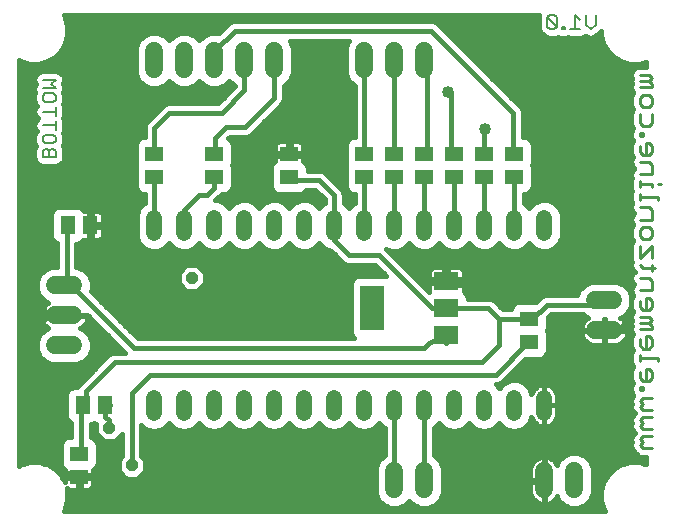
<source format=gbl>
G75*
%MOIN*%
%OFA0B0*%
%FSLAX24Y24*%
%IPPOS*%
%LPD*%
%AMOC8*
5,1,8,0,0,1.08239X$1,22.5*
%
%ADD10C,0.0090*%
%ADD11C,0.0070*%
%ADD12R,0.0591X0.0512*%
%ADD13C,0.0600*%
%ADD14C,0.0520*%
%ADD15R,0.0790X0.0590*%
%ADD16R,0.0790X0.1500*%
%ADD17R,0.0512X0.0591*%
%ADD18C,0.0160*%
%ADD19C,0.0400*%
%ADD20OC8,0.0396*%
%ADD21OC8,0.0400*%
D10*
X021875Y003601D02*
X021977Y003702D01*
X021875Y003804D01*
X021977Y003906D01*
X022282Y003906D01*
X022282Y004143D02*
X021977Y004143D01*
X021875Y004245D01*
X021977Y004347D01*
X021875Y004449D01*
X021977Y004550D01*
X022282Y004550D01*
X022282Y004788D02*
X021977Y004788D01*
X021875Y004890D01*
X021977Y004991D01*
X021875Y005093D01*
X021977Y005195D01*
X022282Y005195D01*
X021977Y005432D02*
X021875Y005432D01*
X021875Y005534D01*
X021977Y005534D01*
X021977Y005432D01*
X021977Y005755D02*
X022180Y005755D01*
X022282Y005857D01*
X022282Y006060D01*
X022180Y006162D01*
X022079Y006162D01*
X022079Y005755D01*
X021977Y005755D02*
X021875Y005857D01*
X021875Y006060D01*
X021875Y006399D02*
X021875Y006603D01*
X021875Y006501D02*
X022486Y006501D01*
X022486Y006399D01*
X022180Y006829D02*
X022282Y006931D01*
X022282Y007134D01*
X022180Y007236D01*
X022079Y007236D01*
X022079Y006829D01*
X022180Y006829D02*
X021977Y006829D01*
X021875Y006931D01*
X021875Y007134D01*
X021875Y007474D02*
X022282Y007474D01*
X022282Y007575D01*
X022180Y007677D01*
X022282Y007779D01*
X022180Y007881D01*
X021875Y007881D01*
X021875Y007677D02*
X022180Y007677D01*
X022180Y008118D02*
X022282Y008220D01*
X022282Y008423D01*
X022180Y008525D01*
X022079Y008525D01*
X022079Y008118D01*
X022180Y008118D02*
X021977Y008118D01*
X021875Y008220D01*
X021875Y008423D01*
X021875Y008763D02*
X022282Y008763D01*
X022282Y009068D01*
X022180Y009170D01*
X021875Y009170D01*
X021977Y009509D02*
X021875Y009611D01*
X021977Y009509D02*
X022384Y009509D01*
X022282Y009407D02*
X022282Y009611D01*
X022282Y009837D02*
X022282Y010244D01*
X021875Y009837D01*
X021875Y010244D01*
X021977Y010481D02*
X021875Y010583D01*
X021875Y010787D01*
X021977Y010888D01*
X022180Y010888D01*
X022282Y010787D01*
X022282Y010583D01*
X022180Y010481D01*
X021977Y010481D01*
X021875Y011126D02*
X022282Y011126D01*
X022282Y011431D01*
X022180Y011533D01*
X021875Y011533D01*
X021875Y011771D02*
X021875Y011974D01*
X021875Y011872D02*
X022486Y011872D01*
X022486Y011771D01*
X022282Y012200D02*
X022282Y012302D01*
X021875Y012302D01*
X021875Y012200D02*
X021875Y012404D01*
X021875Y012630D02*
X022282Y012630D01*
X022282Y012935D01*
X022180Y013037D01*
X021875Y013037D01*
X021977Y013275D02*
X022180Y013275D01*
X022282Y013376D01*
X022282Y013580D01*
X022180Y013682D01*
X022079Y013682D01*
X022079Y013275D01*
X021977Y013275D02*
X021875Y013376D01*
X021875Y013580D01*
X021875Y013919D02*
X021875Y014021D01*
X021977Y014021D01*
X021977Y013919D01*
X021875Y013919D01*
X021977Y014241D02*
X021875Y014343D01*
X021875Y014648D01*
X021977Y014886D02*
X021875Y014988D01*
X021875Y015191D01*
X021977Y015293D01*
X022180Y015293D01*
X022282Y015191D01*
X022282Y014988D01*
X022180Y014886D01*
X021977Y014886D01*
X022282Y014648D02*
X022282Y014343D01*
X022180Y014241D01*
X021977Y014241D01*
X021875Y015530D02*
X022282Y015530D01*
X022282Y015632D01*
X022180Y015734D01*
X022282Y015836D01*
X022180Y015937D01*
X021875Y015937D01*
X021875Y015734D02*
X022180Y015734D01*
X022486Y012302D02*
X022587Y012302D01*
X021875Y003601D02*
X021977Y003499D01*
X022282Y003499D01*
D11*
X020232Y017465D02*
X020068Y017628D01*
X020068Y017955D01*
X019879Y017792D02*
X019716Y017955D01*
X019716Y017465D01*
X019879Y017465D02*
X019552Y017465D01*
X019364Y017465D02*
X019282Y017465D01*
X019282Y017547D01*
X019364Y017547D01*
X019364Y017465D01*
X019106Y017547D02*
X018779Y017874D01*
X018779Y017547D01*
X018861Y017465D01*
X019024Y017465D01*
X019106Y017547D01*
X019106Y017874D01*
X019024Y017955D01*
X018861Y017955D01*
X018779Y017874D01*
X020232Y017465D02*
X020395Y017628D01*
X020395Y017955D01*
X002395Y015792D02*
X001965Y015792D01*
X001965Y015505D02*
X002395Y015505D01*
X002252Y015648D01*
X002395Y015792D01*
X002324Y015331D02*
X002037Y015331D01*
X001965Y015259D01*
X001965Y015116D01*
X002037Y015044D01*
X002324Y015044D01*
X002395Y015116D01*
X002395Y015259D01*
X002324Y015331D01*
X002395Y014871D02*
X002395Y014584D01*
X002395Y014727D02*
X001965Y014727D01*
X002395Y014410D02*
X002395Y014123D01*
X002395Y014267D02*
X001965Y014267D01*
X002037Y013950D02*
X002324Y013950D01*
X002395Y013878D01*
X002395Y013735D01*
X002324Y013663D01*
X002037Y013663D01*
X001965Y013735D01*
X001965Y013878D01*
X002037Y013950D01*
X002037Y013490D02*
X001965Y013418D01*
X001965Y013203D01*
X002395Y013203D01*
X002395Y013418D01*
X002324Y013490D01*
X002252Y013490D01*
X002180Y013418D01*
X002180Y013203D01*
X002180Y013418D02*
X002108Y013490D01*
X002037Y013490D01*
D12*
X005680Y013304D03*
X005680Y012556D03*
X007680Y012556D03*
X007680Y013304D03*
X010180Y013304D03*
X010180Y012556D03*
X012680Y012556D03*
X012680Y013304D03*
X013680Y013304D03*
X013680Y012556D03*
X014680Y012556D03*
X014680Y013304D03*
X015680Y013304D03*
X015680Y012556D03*
X016680Y012556D03*
X016680Y013304D03*
X017680Y013304D03*
X017680Y012556D03*
X018180Y007804D03*
X018180Y007056D03*
X003180Y003304D03*
X003180Y002556D03*
D13*
X002980Y006930D02*
X002380Y006930D01*
X002380Y007930D02*
X002980Y007930D01*
X002980Y008930D02*
X002380Y008930D01*
X005680Y016130D02*
X005680Y016730D01*
X006680Y016730D02*
X006680Y016130D01*
X007680Y016130D02*
X007680Y016730D01*
X008680Y016730D02*
X008680Y016130D01*
X009680Y016130D02*
X009680Y016730D01*
X012680Y016730D02*
X012680Y016130D01*
X013680Y016130D02*
X013680Y016730D01*
X014680Y016730D02*
X014680Y016130D01*
X020380Y008430D02*
X020980Y008430D01*
X020980Y007430D02*
X020380Y007430D01*
X019680Y002730D02*
X019680Y002130D01*
X018680Y002130D02*
X018680Y002730D01*
X014680Y002730D02*
X014680Y002130D01*
X013680Y002130D02*
X013680Y002730D01*
D14*
X013680Y004670D02*
X013680Y005190D01*
X012680Y005190D02*
X012680Y004670D01*
X011680Y004670D02*
X011680Y005190D01*
X010680Y005190D02*
X010680Y004670D01*
X009680Y004670D02*
X009680Y005190D01*
X008680Y005190D02*
X008680Y004670D01*
X007680Y004670D02*
X007680Y005190D01*
X006680Y005190D02*
X006680Y004670D01*
X005680Y004670D02*
X005680Y005190D01*
X005680Y010670D02*
X005680Y011190D01*
X006680Y011190D02*
X006680Y010670D01*
X007680Y010670D02*
X007680Y011190D01*
X008680Y011190D02*
X008680Y010670D01*
X009680Y010670D02*
X009680Y011190D01*
X010680Y011190D02*
X010680Y010670D01*
X011680Y010670D02*
X011680Y011190D01*
X012680Y011190D02*
X012680Y010670D01*
X013680Y010670D02*
X013680Y011190D01*
X014680Y011190D02*
X014680Y010670D01*
X015680Y010670D02*
X015680Y011190D01*
X016680Y011190D02*
X016680Y010670D01*
X017680Y010670D02*
X017680Y011190D01*
X018680Y011190D02*
X018680Y010670D01*
X018680Y005190D02*
X018680Y004670D01*
X017680Y004670D02*
X017680Y005190D01*
X016680Y005190D02*
X016680Y004670D01*
X015680Y004670D02*
X015680Y005190D01*
X014680Y005190D02*
X014680Y004670D01*
D15*
X015420Y007270D03*
X015420Y008170D03*
X015420Y009070D03*
D16*
X012940Y008180D03*
D17*
X004054Y004930D03*
X003306Y004930D03*
X003554Y010930D03*
X002806Y010930D03*
D18*
X002714Y001502D02*
X002661Y001410D01*
X020699Y001410D01*
X020646Y001502D01*
X020570Y001784D01*
X020570Y002076D01*
X020646Y002358D01*
X020792Y002612D01*
X020998Y002818D01*
X021252Y002964D01*
X021534Y003040D01*
X021826Y003040D01*
X022070Y002975D01*
X022070Y003214D01*
X021920Y003214D01*
X021815Y003257D01*
X021714Y003359D01*
X021633Y003439D01*
X021590Y003544D01*
X021590Y003657D01*
X021609Y003702D01*
X021608Y003703D01*
X021590Y003747D01*
X021590Y003861D01*
X021625Y003946D01*
X021633Y003966D01*
X021633Y003966D01*
X021633Y003966D01*
X021692Y004025D01*
X021633Y004084D01*
X021590Y004188D01*
X021590Y004302D01*
X021609Y004347D01*
X021608Y004347D01*
X021590Y004392D01*
X021590Y004505D01*
X021625Y004591D01*
X021633Y004610D01*
X021633Y004610D01*
X021633Y004610D01*
X021692Y004669D01*
X021633Y004728D01*
X021590Y004833D01*
X021590Y004946D01*
X021609Y004991D01*
X021608Y004992D01*
X021590Y005037D01*
X021590Y005150D01*
X021625Y005235D01*
X021633Y005255D01*
X021633Y005255D01*
X021633Y005255D01*
X021642Y005263D01*
X021633Y005271D01*
X021590Y005376D01*
X021590Y005591D01*
X021633Y005695D01*
X021590Y005800D01*
X021590Y006117D01*
X021633Y006221D01*
X021642Y006230D01*
X021633Y006238D01*
X021590Y006343D01*
X021590Y006660D01*
X021633Y006764D01*
X021636Y006767D01*
X021633Y006769D01*
X021590Y006874D01*
X021590Y007191D01*
X021633Y007296D01*
X021642Y007304D01*
X021633Y007312D01*
X021590Y007417D01*
X021590Y007530D01*
X021609Y007575D01*
X021590Y007620D01*
X021590Y007734D01*
X021609Y007779D01*
X021590Y007824D01*
X021590Y007937D01*
X021633Y008042D01*
X021642Y008050D01*
X021633Y008058D01*
X021590Y008163D01*
X021590Y008283D01*
X021506Y008079D01*
X021331Y007904D01*
X021207Y007853D01*
X021232Y007841D01*
X021293Y007796D01*
X021346Y007743D01*
X021391Y007682D01*
X021425Y007614D01*
X021448Y007542D01*
X021460Y007468D01*
X021460Y007450D01*
X020700Y007450D01*
X020700Y007410D01*
X021460Y007410D01*
X021460Y007392D01*
X021448Y007318D01*
X021425Y007246D01*
X021391Y007178D01*
X021346Y007117D01*
X021293Y007064D01*
X021232Y007019D01*
X021164Y006985D01*
X021092Y006962D01*
X021018Y006950D01*
X020700Y006950D01*
X020700Y007410D01*
X020660Y007410D01*
X020660Y006950D01*
X020342Y006950D01*
X020268Y006962D01*
X020196Y006985D01*
X020128Y007019D01*
X020067Y007064D01*
X020014Y007117D01*
X019969Y007178D01*
X019935Y007246D01*
X019912Y007318D01*
X019900Y007392D01*
X019900Y007410D01*
X020660Y007410D01*
X020660Y007450D01*
X020660Y007810D01*
X020700Y007810D01*
X020700Y007450D01*
X020660Y007450D01*
X019900Y007450D01*
X019900Y007468D01*
X019912Y007542D01*
X019935Y007614D01*
X019969Y007682D01*
X020014Y007743D01*
X020067Y007796D01*
X020128Y007841D01*
X020153Y007853D01*
X020029Y007904D01*
X019963Y007970D01*
X018893Y007970D01*
X018795Y007873D01*
X018795Y007484D01*
X018773Y007430D01*
X018795Y007376D01*
X018795Y006736D01*
X018747Y006619D01*
X018657Y006529D01*
X018539Y006480D01*
X018043Y006480D01*
X017241Y005679D01*
X017124Y005630D01*
X017060Y005630D01*
X017172Y005519D01*
X017180Y005499D01*
X017188Y005519D01*
X017351Y005682D01*
X017565Y005770D01*
X017795Y005770D01*
X018009Y005682D01*
X018172Y005519D01*
X018257Y005312D01*
X018272Y005359D01*
X018304Y005421D01*
X018344Y005477D01*
X018393Y005526D01*
X018449Y005566D01*
X018511Y005598D01*
X018577Y005619D01*
X018645Y005630D01*
X018680Y005630D01*
X018680Y004930D01*
X019430Y004930D01*
X020680Y006180D01*
X020680Y007430D01*
X021180Y007430D01*
X021580Y007930D01*
X021580Y008930D01*
X021180Y009430D01*
X019430Y009430D01*
X018930Y008930D01*
X015560Y008930D01*
X015420Y009070D01*
X015488Y009014D02*
X020169Y009014D01*
X020257Y009050D02*
X020029Y008956D01*
X019854Y008781D01*
X019783Y008610D01*
X018696Y008610D01*
X018579Y008561D01*
X018397Y008380D01*
X017821Y008380D01*
X017703Y008331D01*
X017613Y008241D01*
X017567Y008130D01*
X017313Y008130D01*
X017001Y008441D01*
X016884Y008490D01*
X016135Y008490D01*
X016135Y008529D01*
X016086Y008646D01*
X015996Y008736D01*
X015992Y008738D01*
X015995Y008751D01*
X015995Y009002D01*
X015488Y009002D01*
X015488Y009138D01*
X015352Y009138D01*
X015352Y009545D01*
X015001Y009545D01*
X014956Y009533D01*
X014914Y009509D01*
X014881Y009476D01*
X014857Y009434D01*
X014845Y009389D01*
X014845Y009138D01*
X015352Y009138D01*
X015352Y009002D01*
X014845Y009002D01*
X014845Y008751D01*
X014848Y008738D01*
X014844Y008736D01*
X014835Y008728D01*
X013407Y010155D01*
X013565Y010090D01*
X013795Y010090D01*
X014009Y010178D01*
X014172Y010341D01*
X014180Y010361D01*
X014188Y010341D01*
X014351Y010178D01*
X014565Y010090D01*
X014795Y010090D01*
X015009Y010178D01*
X015172Y010341D01*
X015180Y010361D01*
X015188Y010341D01*
X015351Y010178D01*
X015565Y010090D01*
X015795Y010090D01*
X016009Y010178D01*
X016172Y010341D01*
X016180Y010361D01*
X016188Y010341D01*
X016351Y010178D01*
X016565Y010090D01*
X016795Y010090D01*
X017009Y010178D01*
X017172Y010341D01*
X017180Y010361D01*
X017188Y010341D01*
X017351Y010178D01*
X017565Y010090D01*
X017795Y010090D01*
X018009Y010178D01*
X018172Y010341D01*
X018180Y010361D01*
X018188Y010341D01*
X018351Y010178D01*
X018565Y010090D01*
X018795Y010090D01*
X019009Y010178D01*
X019172Y010341D01*
X019260Y010555D01*
X019260Y011305D01*
X019172Y011519D01*
X019009Y011682D01*
X018795Y011770D01*
X018565Y011770D01*
X018351Y011682D01*
X018188Y011519D01*
X018180Y011499D01*
X018172Y011519D01*
X018009Y011682D01*
X018000Y011685D01*
X018000Y011980D01*
X018039Y011980D01*
X018157Y012029D01*
X018247Y012119D01*
X018295Y012236D01*
X018295Y012876D01*
X018273Y012930D01*
X018295Y012984D01*
X018295Y013624D01*
X018247Y013741D01*
X018157Y013831D01*
X018039Y013880D01*
X017960Y013880D01*
X017960Y014754D01*
X017911Y014871D01*
X015191Y017591D01*
X015101Y017681D01*
X014984Y017730D01*
X008296Y017730D01*
X008179Y017681D01*
X007835Y017337D01*
X007803Y017350D01*
X007557Y017350D01*
X007329Y017256D01*
X007180Y017107D01*
X007031Y017256D01*
X006803Y017350D01*
X006557Y017350D01*
X006329Y017256D01*
X006180Y017107D01*
X006031Y017256D01*
X005803Y017350D01*
X005557Y017350D01*
X005329Y017256D01*
X005154Y017081D01*
X005060Y016853D01*
X005060Y016007D01*
X005154Y015779D01*
X005329Y015604D01*
X005557Y015510D01*
X005803Y015510D01*
X006031Y015604D01*
X006180Y015753D01*
X006329Y015604D01*
X006557Y015510D01*
X006803Y015510D01*
X007031Y015604D01*
X007180Y015753D01*
X007329Y015604D01*
X007557Y015510D01*
X007803Y015510D01*
X008031Y015604D01*
X008180Y015753D01*
X008329Y015604D01*
X008360Y015591D01*
X008360Y015563D01*
X007797Y015000D01*
X006116Y015000D01*
X005999Y014951D01*
X005909Y014861D01*
X005409Y014361D01*
X005360Y014244D01*
X002670Y014244D01*
X002670Y014086D02*
X005360Y014086D01*
X005360Y014244D02*
X005360Y013880D01*
X005321Y013880D01*
X005203Y013831D01*
X005113Y013741D01*
X005065Y013624D01*
X005065Y012984D01*
X005087Y012930D01*
X005065Y012876D01*
X005065Y012236D01*
X005113Y012119D01*
X005203Y012029D01*
X005321Y011980D01*
X005360Y011980D01*
X005360Y011685D01*
X005351Y011682D01*
X005188Y011519D01*
X005100Y011305D01*
X005100Y010555D01*
X005188Y010341D01*
X005351Y010178D01*
X005565Y010090D01*
X005795Y010090D01*
X006009Y010178D01*
X006172Y010341D01*
X006180Y010361D01*
X006188Y010341D01*
X006351Y010178D01*
X006565Y010090D01*
X006795Y010090D01*
X007009Y010178D01*
X007172Y010341D01*
X007180Y010361D01*
X007188Y010341D01*
X007351Y010178D01*
X007565Y010090D01*
X007795Y010090D01*
X008009Y010178D01*
X008172Y010341D01*
X008180Y010361D01*
X008188Y010341D01*
X008351Y010178D01*
X008565Y010090D01*
X008795Y010090D01*
X009009Y010178D01*
X009172Y010341D01*
X009180Y010361D01*
X009188Y010341D01*
X009351Y010178D01*
X009565Y010090D01*
X009795Y010090D01*
X010009Y010178D01*
X010172Y010341D01*
X010180Y010361D01*
X010188Y010341D01*
X010351Y010178D01*
X010565Y010090D01*
X010795Y010090D01*
X011009Y010178D01*
X011172Y010341D01*
X011180Y010361D01*
X011188Y010341D01*
X011351Y010178D01*
X011565Y010090D01*
X011567Y010090D01*
X011909Y009749D01*
X011999Y009659D01*
X012116Y009610D01*
X013047Y009610D01*
X013414Y009244D01*
X013399Y009250D01*
X012481Y009250D01*
X012364Y009201D01*
X012274Y009111D01*
X012225Y008994D01*
X012225Y007366D01*
X012274Y007249D01*
X012352Y007170D01*
X005133Y007170D01*
X003570Y008733D01*
X003600Y008807D01*
X003600Y009053D01*
X003506Y009281D01*
X003331Y009456D01*
X003103Y009550D01*
X003080Y009550D01*
X003080Y010315D01*
X003126Y010315D01*
X003243Y010363D01*
X003333Y010453D01*
X003334Y010455D01*
X003506Y010455D01*
X003506Y010882D01*
X003602Y010882D01*
X003602Y010455D01*
X003834Y010455D01*
X003879Y010467D01*
X003920Y010491D01*
X003954Y010524D01*
X003978Y010565D01*
X003990Y010611D01*
X003990Y010882D01*
X003602Y010882D01*
X003602Y010978D01*
X003506Y010978D01*
X003506Y011405D01*
X003334Y011405D01*
X003333Y011407D01*
X003243Y011497D01*
X003126Y011545D01*
X002486Y011545D01*
X002369Y011497D01*
X002279Y011407D01*
X002230Y011289D01*
X002230Y010571D01*
X002279Y010453D01*
X002369Y010363D01*
X002440Y010334D01*
X002440Y009550D01*
X002257Y009550D01*
X002029Y009456D01*
X001854Y009281D01*
X001760Y009053D01*
X001760Y008807D01*
X001854Y008579D01*
X002029Y008404D01*
X002153Y008353D01*
X002128Y008341D01*
X002067Y008296D01*
X002014Y008243D01*
X001969Y008182D01*
X001935Y008114D01*
X001912Y008042D01*
X001900Y007968D01*
X001900Y007950D01*
X002660Y007950D01*
X002660Y007910D01*
X001900Y007910D01*
X001900Y007892D01*
X001912Y007818D01*
X001935Y007746D01*
X001969Y007678D01*
X002014Y007617D01*
X002067Y007564D01*
X002128Y007519D01*
X002153Y007507D01*
X002029Y007456D01*
X001854Y007281D01*
X001760Y007053D01*
X001760Y006807D01*
X001854Y006579D01*
X002029Y006404D01*
X002257Y006310D01*
X003103Y006310D01*
X003331Y006404D01*
X003506Y006579D01*
X003600Y006807D01*
X003600Y007053D01*
X003506Y007281D01*
X003331Y007456D01*
X003207Y007507D01*
X003232Y007519D01*
X003293Y007564D01*
X003346Y007617D01*
X003391Y007678D01*
X003425Y007746D01*
X003448Y007818D01*
X003460Y007892D01*
X003460Y007910D01*
X002700Y007910D01*
X002700Y007950D01*
X003447Y007950D01*
X004707Y006690D01*
X004296Y006690D01*
X004179Y006641D01*
X004089Y006551D01*
X003129Y005591D01*
X003110Y005545D01*
X002986Y005545D01*
X002869Y005497D01*
X002779Y005407D01*
X002730Y005289D01*
X002730Y004571D01*
X002779Y004453D01*
X002869Y004363D01*
X002920Y004342D01*
X002920Y003880D01*
X002821Y003880D01*
X002703Y003831D01*
X002613Y003741D01*
X002565Y003624D01*
X002565Y002984D01*
X002613Y002867D01*
X002703Y002777D01*
X002705Y002776D01*
X002705Y002604D01*
X003132Y002604D01*
X003132Y002508D01*
X002705Y002508D01*
X002705Y002375D01*
X002568Y002612D01*
X002362Y002818D01*
X002108Y002964D01*
X001826Y003040D01*
X001534Y003040D01*
X001252Y002964D01*
X001160Y002911D01*
X001160Y016449D01*
X001252Y016396D01*
X001534Y016320D01*
X001826Y016320D01*
X002108Y016396D01*
X002362Y016542D01*
X002568Y016748D01*
X002714Y017002D01*
X002790Y017284D01*
X002790Y017576D01*
X002714Y017858D01*
X002664Y017946D01*
X018511Y017946D01*
X018504Y017928D01*
X018504Y017492D01*
X018546Y017391D01*
X018623Y017314D01*
X018623Y017314D01*
X018628Y017309D01*
X018705Y017232D01*
X018806Y017190D01*
X019079Y017190D01*
X019153Y017221D01*
X019227Y017190D01*
X019418Y017190D01*
X019458Y017206D01*
X019498Y017190D01*
X019934Y017190D01*
X020035Y017232D01*
X020055Y017252D01*
X020076Y017232D01*
X020148Y017202D01*
X020177Y017190D01*
X020286Y017190D01*
X020387Y017232D01*
X020465Y017309D01*
X020465Y017309D01*
X020570Y017415D01*
X020570Y017284D01*
X020646Y017002D01*
X020792Y016748D01*
X020998Y016542D01*
X021252Y016396D01*
X021534Y016320D01*
X021826Y016320D01*
X022070Y016385D01*
X022070Y016222D01*
X021818Y016222D01*
X021714Y016179D01*
X021633Y016099D01*
X021590Y015994D01*
X021590Y015881D01*
X021609Y015836D01*
X021590Y015791D01*
X021590Y015677D01*
X021609Y015632D01*
X021590Y015587D01*
X021590Y015474D01*
X021633Y015369D01*
X021642Y015361D01*
X021633Y015353D01*
X021590Y015248D01*
X021590Y014931D01*
X021633Y014826D01*
X021642Y014818D01*
X021633Y014810D01*
X021590Y014705D01*
X021590Y014286D01*
X021633Y014182D01*
X021590Y014077D01*
X021590Y013862D01*
X021633Y013758D01*
X021642Y013749D01*
X021633Y013741D01*
X021590Y013636D01*
X021590Y013320D01*
X021633Y013215D01*
X021642Y013207D01*
X021633Y013198D01*
X021590Y013094D01*
X021590Y012980D01*
X021633Y012876D01*
X021675Y012833D01*
X021633Y012791D01*
X021590Y012687D01*
X021590Y012573D01*
X021613Y012517D01*
X021590Y012460D01*
X021590Y012144D01*
X021613Y012087D01*
X021590Y012031D01*
X021590Y011714D01*
X021616Y011652D01*
X021590Y011590D01*
X021590Y011476D01*
X021633Y011372D01*
X021675Y011330D01*
X021633Y011287D01*
X021590Y011183D01*
X021590Y011069D01*
X021633Y010965D01*
X021642Y010956D01*
X021633Y010948D01*
X021590Y010843D01*
X021590Y010527D01*
X021633Y010422D01*
X021642Y010414D01*
X021633Y010405D01*
X021590Y010301D01*
X021590Y009780D01*
X021613Y009724D01*
X021590Y009667D01*
X021590Y009554D01*
X021633Y009449D01*
X021692Y009390D01*
X021633Y009331D01*
X021590Y009226D01*
X021590Y009113D01*
X021633Y009008D01*
X021675Y008966D01*
X021633Y008924D01*
X021590Y008819D01*
X021590Y008706D01*
X021633Y008601D01*
X021642Y008593D01*
X021633Y008585D01*
X021600Y008504D01*
X021600Y008553D01*
X021506Y008781D01*
X021331Y008956D01*
X021103Y009050D01*
X020257Y009050D01*
X019928Y008855D02*
X015995Y008855D01*
X016036Y008697D02*
X019819Y008697D01*
X020030Y007904D02*
X018827Y007904D01*
X018795Y007746D02*
X020017Y007746D01*
X019926Y007587D02*
X018795Y007587D01*
X018773Y007429D02*
X020660Y007429D01*
X020680Y007430D02*
X020680Y007490D01*
X021000Y007490D01*
X020700Y007429D02*
X021590Y007429D01*
X021604Y007587D02*
X021434Y007587D01*
X021343Y007746D02*
X021595Y007746D01*
X021590Y007904D02*
X021330Y007904D01*
X021489Y008063D02*
X021632Y008063D01*
X021590Y008221D02*
X021565Y008221D01*
X021600Y008538D02*
X021614Y008538D01*
X021594Y008697D02*
X021541Y008697D01*
X021605Y008855D02*
X021432Y008855D01*
X021631Y009014D02*
X021191Y009014D01*
X021590Y009172D02*
X015995Y009172D01*
X015995Y009138D02*
X015995Y009389D01*
X015983Y009434D01*
X015959Y009476D01*
X015926Y009509D01*
X015884Y009533D01*
X015839Y009545D01*
X015488Y009545D01*
X015488Y009138D01*
X015995Y009138D01*
X015995Y009331D02*
X021633Y009331D01*
X021617Y009489D02*
X015946Y009489D01*
X015488Y009489D02*
X015352Y009489D01*
X015352Y009331D02*
X015488Y009331D01*
X015488Y009172D02*
X015352Y009172D01*
X015352Y009014D02*
X014549Y009014D01*
X014391Y009172D02*
X014845Y009172D01*
X014845Y009331D02*
X014232Y009331D01*
X014074Y009489D02*
X014894Y009489D01*
X014875Y010123D02*
X015485Y010123D01*
X015248Y010282D02*
X015112Y010282D01*
X014485Y010123D02*
X013875Y010123D01*
X014112Y010282D02*
X014248Y010282D01*
X013598Y009965D02*
X021590Y009965D01*
X021590Y010123D02*
X018875Y010123D01*
X019112Y010282D02*
X021590Y010282D01*
X021626Y010440D02*
X019213Y010440D01*
X019260Y010599D02*
X021590Y010599D01*
X021590Y010757D02*
X019260Y010757D01*
X019260Y010916D02*
X021620Y010916D01*
X021590Y011074D02*
X019260Y011074D01*
X019260Y011233D02*
X021611Y011233D01*
X021625Y011391D02*
X019225Y011391D01*
X019141Y011550D02*
X021590Y011550D01*
X021592Y011708D02*
X018945Y011708D01*
X018415Y011708D02*
X018000Y011708D01*
X018000Y011867D02*
X021590Y011867D01*
X021590Y012025D02*
X018147Y012025D01*
X018273Y012184D02*
X021590Y012184D01*
X021590Y012342D02*
X018295Y012342D01*
X018295Y012501D02*
X021607Y012501D01*
X021590Y012659D02*
X018295Y012659D01*
X018295Y012818D02*
X021660Y012818D01*
X021592Y012976D02*
X018292Y012976D01*
X018295Y013135D02*
X021607Y013135D01*
X021601Y013293D02*
X018295Y013293D01*
X018295Y013452D02*
X021590Y013452D01*
X021590Y013610D02*
X018295Y013610D01*
X018219Y013769D02*
X021629Y013769D01*
X021590Y013927D02*
X017960Y013927D01*
X017960Y014086D02*
X021593Y014086D01*
X021608Y014244D02*
X017960Y014244D01*
X017960Y014403D02*
X021590Y014403D01*
X021590Y014561D02*
X017960Y014561D01*
X017960Y014720D02*
X021596Y014720D01*
X021612Y014878D02*
X017905Y014878D01*
X017746Y015037D02*
X021590Y015037D01*
X021590Y015195D02*
X017588Y015195D01*
X017429Y015354D02*
X021634Y015354D01*
X021590Y015512D02*
X017271Y015512D01*
X017112Y015671D02*
X021593Y015671D01*
X021606Y015829D02*
X016954Y015829D01*
X016795Y015988D02*
X021590Y015988D01*
X021681Y016146D02*
X016637Y016146D01*
X016478Y016305D02*
X022070Y016305D01*
X021135Y016463D02*
X016320Y016463D01*
X016161Y016622D02*
X020919Y016622D01*
X020774Y016780D02*
X016003Y016780D01*
X015844Y016939D02*
X020682Y016939D01*
X020620Y017097D02*
X015686Y017097D01*
X015527Y017256D02*
X018681Y017256D01*
X018628Y017309D02*
X018628Y017309D01*
X018536Y017414D02*
X015369Y017414D01*
X015210Y017573D02*
X018504Y017573D01*
X018504Y017731D02*
X002748Y017731D01*
X002790Y017573D02*
X008070Y017573D01*
X007911Y017414D02*
X002790Y017414D01*
X002782Y017256D02*
X005329Y017256D01*
X005170Y017097D02*
X002740Y017097D01*
X002678Y016939D02*
X005095Y016939D01*
X005060Y016780D02*
X002586Y016780D01*
X002441Y016622D02*
X005060Y016622D01*
X005060Y016463D02*
X002225Y016463D01*
X002450Y016067D02*
X001910Y016067D01*
X001809Y016025D01*
X001732Y015947D01*
X001690Y015846D01*
X001690Y015737D01*
X001727Y015648D01*
X001690Y015559D01*
X001690Y015450D01*
X001718Y015382D01*
X001690Y015314D01*
X001690Y015061D01*
X001732Y014960D01*
X001770Y014922D01*
X001732Y014883D01*
X001690Y014782D01*
X001690Y014673D01*
X001732Y014571D01*
X001806Y014497D01*
X001732Y014423D01*
X001690Y014322D01*
X001690Y014212D01*
X001732Y014111D01*
X001770Y014073D01*
X001732Y014034D01*
X001690Y013933D01*
X001690Y013680D01*
X001732Y013579D01*
X001735Y013576D01*
X001732Y013574D01*
X001690Y013473D01*
X001690Y013148D01*
X001732Y013047D01*
X001809Y012970D01*
X001910Y012928D01*
X002235Y012928D01*
X002341Y012928D01*
X002450Y012928D01*
X002551Y012970D01*
X002628Y013047D01*
X002670Y013148D01*
X002670Y013473D01*
X002628Y013574D01*
X002626Y013576D01*
X002628Y013579D01*
X002670Y013680D01*
X002670Y013933D01*
X002642Y014001D01*
X002670Y014069D01*
X002670Y014465D01*
X002657Y014497D01*
X002670Y014529D01*
X002670Y014925D01*
X002642Y014993D01*
X002670Y015061D01*
X002670Y015314D01*
X002642Y015382D01*
X002658Y015421D01*
X002670Y015450D01*
X002670Y015559D01*
X002634Y015648D01*
X002670Y015737D01*
X002670Y015846D01*
X002628Y015947D01*
X002551Y016025D01*
X002450Y016067D01*
X002588Y015988D02*
X005068Y015988D01*
X005060Y016146D02*
X001160Y016146D01*
X001160Y015988D02*
X001772Y015988D01*
X001690Y015829D02*
X001160Y015829D01*
X001160Y015671D02*
X001717Y015671D01*
X001690Y015512D02*
X001160Y015512D01*
X001160Y015354D02*
X001706Y015354D01*
X001690Y015195D02*
X001160Y015195D01*
X001160Y015037D02*
X001700Y015037D01*
X001730Y014878D02*
X001160Y014878D01*
X001160Y014720D02*
X001690Y014720D01*
X001742Y014561D02*
X001160Y014561D01*
X001160Y014403D02*
X001724Y014403D01*
X001690Y014244D02*
X001160Y014244D01*
X001160Y014086D02*
X001757Y014086D01*
X001690Y013927D02*
X001160Y013927D01*
X001160Y013769D02*
X001690Y013769D01*
X001719Y013610D02*
X001160Y013610D01*
X001160Y013452D02*
X001690Y013452D01*
X001690Y013293D02*
X001160Y013293D01*
X001160Y013135D02*
X001696Y013135D01*
X001803Y012976D02*
X001160Y012976D01*
X001160Y012818D02*
X005065Y012818D01*
X005068Y012976D02*
X002558Y012976D01*
X002665Y013135D02*
X005065Y013135D01*
X005065Y013293D02*
X002670Y013293D01*
X002670Y013452D02*
X005065Y013452D01*
X005065Y013610D02*
X002641Y013610D01*
X002670Y013769D02*
X005141Y013769D01*
X005360Y013927D02*
X002670Y013927D01*
X002670Y014403D02*
X005450Y014403D01*
X005608Y014561D02*
X002670Y014561D01*
X002670Y014720D02*
X005767Y014720D01*
X005925Y014878D02*
X002670Y014878D01*
X002660Y015037D02*
X007834Y015037D01*
X007992Y015195D02*
X002670Y015195D01*
X002654Y015354D02*
X008151Y015354D01*
X008309Y015512D02*
X007808Y015512D01*
X007552Y015512D02*
X006808Y015512D01*
X006552Y015512D02*
X005808Y015512D01*
X005552Y015512D02*
X002670Y015512D01*
X002643Y015671D02*
X005263Y015671D01*
X005134Y015829D02*
X002670Y015829D01*
X001160Y016305D02*
X005060Y016305D01*
X006097Y015671D02*
X006263Y015671D01*
X007097Y015671D02*
X007263Y015671D01*
X008097Y015671D02*
X008263Y015671D01*
X008680Y015430D02*
X008680Y016430D01*
X007720Y016450D02*
X007680Y016430D01*
X007720Y016450D02*
X007720Y016770D01*
X008360Y017410D01*
X014920Y017410D01*
X017640Y014690D01*
X017640Y013410D01*
X017680Y013304D01*
X017680Y012556D02*
X017680Y010930D01*
X018141Y011550D02*
X018219Y011550D01*
X018248Y010282D02*
X018112Y010282D01*
X017875Y010123D02*
X018485Y010123D01*
X017485Y010123D02*
X016875Y010123D01*
X017112Y010282D02*
X017248Y010282D01*
X016485Y010123D02*
X015875Y010123D01*
X016112Y010282D02*
X016248Y010282D01*
X016680Y010930D02*
X016680Y012556D01*
X016680Y013304D02*
X016680Y014120D01*
X016700Y014140D01*
X015680Y013304D02*
X015560Y013410D01*
X015560Y015300D01*
X015490Y015370D01*
X014760Y016290D02*
X014680Y016430D01*
X014760Y016290D02*
X014760Y013410D01*
X014680Y013304D01*
X014680Y012556D02*
X014680Y010930D01*
X013680Y010930D02*
X013680Y012556D01*
X013680Y013304D02*
X013680Y016430D01*
X012680Y016430D02*
X012680Y013304D01*
X012065Y013293D02*
X010228Y013293D01*
X010228Y013256D02*
X010228Y013352D01*
X010655Y013352D01*
X010655Y013584D01*
X010643Y013629D01*
X010619Y013670D01*
X010586Y013704D01*
X010545Y013728D01*
X010499Y013740D01*
X010228Y013740D01*
X010228Y013352D01*
X010132Y013352D01*
X010132Y013256D01*
X009705Y013256D01*
X009705Y013084D01*
X009703Y013083D01*
X009613Y012993D01*
X009565Y012876D01*
X009565Y012236D01*
X009613Y012119D01*
X009703Y012029D01*
X009821Y011980D01*
X010539Y011980D01*
X010657Y012029D01*
X010738Y012110D01*
X011047Y012110D01*
X011360Y011797D01*
X011360Y011685D01*
X011351Y011682D01*
X011188Y011519D01*
X011180Y011499D01*
X011172Y011519D01*
X011009Y011682D01*
X010795Y011770D01*
X010565Y011770D01*
X010351Y011682D01*
X010188Y011519D01*
X010180Y011499D01*
X010172Y011519D01*
X010009Y011682D01*
X009795Y011770D01*
X009565Y011770D01*
X009351Y011682D01*
X009188Y011519D01*
X009180Y011499D01*
X009172Y011519D01*
X009009Y011682D01*
X008795Y011770D01*
X008565Y011770D01*
X008351Y011682D01*
X008188Y011519D01*
X008180Y011499D01*
X008172Y011519D01*
X008009Y011682D01*
X007795Y011770D01*
X007723Y011770D01*
X007933Y011980D01*
X008039Y011980D01*
X008157Y012029D01*
X008247Y012119D01*
X008295Y012236D01*
X008295Y012876D01*
X008273Y012930D01*
X008295Y012984D01*
X008295Y013624D01*
X008247Y013741D01*
X008157Y013831D01*
X008147Y013835D01*
X008203Y013890D01*
X008774Y013890D01*
X008891Y013939D01*
X009861Y014909D01*
X009951Y014999D01*
X010000Y015116D01*
X010000Y015591D01*
X010031Y015604D01*
X010206Y015779D01*
X010300Y016007D01*
X010300Y016853D01*
X010206Y017081D01*
X010197Y017090D01*
X012163Y017090D01*
X012154Y017081D01*
X012060Y016853D01*
X012060Y016007D01*
X012154Y015779D01*
X012329Y015604D01*
X012360Y015591D01*
X012360Y013880D01*
X012321Y013880D01*
X012203Y013831D01*
X012113Y013741D01*
X012065Y013624D01*
X012065Y012984D01*
X012087Y012930D01*
X012065Y012876D01*
X012065Y012236D01*
X012113Y012119D01*
X012203Y012029D01*
X012321Y011980D01*
X012360Y011980D01*
X012360Y011685D01*
X012351Y011682D01*
X012188Y011519D01*
X012180Y011499D01*
X012172Y011519D01*
X012009Y011682D01*
X012000Y011685D01*
X012000Y011994D01*
X011951Y012111D01*
X011451Y012611D01*
X011361Y012701D01*
X011244Y012750D01*
X010795Y012750D01*
X010795Y012876D01*
X010747Y012993D01*
X010657Y013083D01*
X010655Y013084D01*
X010655Y013256D01*
X010228Y013256D01*
X010180Y013304D02*
X010156Y013280D01*
X008730Y013280D01*
X008295Y013293D02*
X010132Y013293D01*
X010120Y013250D02*
X010180Y013304D01*
X010132Y013352D02*
X009705Y013352D01*
X009705Y013584D01*
X009717Y013629D01*
X009741Y013670D01*
X009774Y013704D01*
X009815Y013728D01*
X009861Y013740D01*
X010132Y013740D01*
X010132Y013352D01*
X010132Y013452D02*
X010228Y013452D01*
X010228Y013610D02*
X010132Y013610D01*
X009712Y013610D02*
X008295Y013610D01*
X008295Y013452D02*
X009705Y013452D01*
X009705Y013135D02*
X008295Y013135D01*
X008292Y012976D02*
X009606Y012976D01*
X009565Y012818D02*
X008295Y012818D01*
X008295Y012659D02*
X009565Y012659D01*
X009565Y012501D02*
X008295Y012501D01*
X008295Y012342D02*
X009565Y012342D01*
X009587Y012184D02*
X008273Y012184D01*
X008147Y012025D02*
X009713Y012025D01*
X009945Y011708D02*
X010415Y011708D01*
X010219Y011550D02*
X010141Y011550D01*
X010647Y012025D02*
X011132Y012025D01*
X011291Y011867D02*
X007819Y011867D01*
X007945Y011708D02*
X008415Y011708D01*
X008219Y011550D02*
X008141Y011550D01*
X007680Y012180D02*
X007430Y011930D01*
X007180Y011930D01*
X006680Y011430D01*
X006680Y010930D01*
X006248Y010282D02*
X006112Y010282D01*
X005875Y010123D02*
X006485Y010123D01*
X006875Y010123D02*
X007485Y010123D01*
X007248Y010282D02*
X007112Y010282D01*
X007875Y010123D02*
X008485Y010123D01*
X008248Y010282D02*
X008112Y010282D01*
X008875Y010123D02*
X009485Y010123D01*
X009248Y010282D02*
X009112Y010282D01*
X009875Y010123D02*
X010485Y010123D01*
X010248Y010282D02*
X010112Y010282D01*
X010875Y010123D02*
X011485Y010123D01*
X011693Y009965D02*
X003080Y009965D01*
X003080Y010123D02*
X005485Y010123D01*
X005248Y010282D02*
X003080Y010282D01*
X003320Y010440D02*
X005147Y010440D01*
X005100Y010599D02*
X003987Y010599D01*
X003990Y010757D02*
X005100Y010757D01*
X005100Y010916D02*
X003602Y010916D01*
X003554Y010930D02*
X003554Y011336D01*
X003240Y011650D01*
X002440Y011650D01*
X001640Y010850D01*
X001640Y008470D01*
X002180Y007930D01*
X002680Y007930D01*
X002440Y007970D01*
X002600Y007810D01*
X002680Y007930D01*
X002180Y007930D02*
X001640Y007390D01*
X001640Y003810D01*
X002760Y002690D01*
X003080Y002690D01*
X003180Y002556D01*
X003240Y002530D01*
X003240Y001830D01*
X003660Y001410D01*
X014920Y001410D01*
X015880Y002370D01*
X018600Y002370D01*
X018680Y002430D01*
X018680Y004930D01*
X018680Y004930D01*
X019120Y004930D01*
X019120Y005225D01*
X019109Y005293D01*
X019088Y005359D01*
X019056Y005421D01*
X019016Y005477D01*
X018967Y005526D01*
X018911Y005566D01*
X018849Y005598D01*
X018783Y005619D01*
X018715Y005630D01*
X018680Y005630D01*
X018680Y004930D01*
X018680Y004930D01*
X019120Y004930D01*
X019120Y004635D01*
X019109Y004567D01*
X019088Y004501D01*
X019056Y004439D01*
X019016Y004383D01*
X018967Y004334D01*
X018911Y004294D01*
X018849Y004262D01*
X018783Y004241D01*
X018715Y004230D01*
X018680Y004230D01*
X018680Y004930D01*
X018680Y004930D01*
X018680Y004230D01*
X018645Y004230D01*
X018577Y004241D01*
X018511Y004262D01*
X018449Y004294D01*
X018393Y004334D01*
X018344Y004383D01*
X018304Y004439D01*
X018272Y004501D01*
X018257Y004548D01*
X018172Y004341D01*
X018009Y004178D01*
X017795Y004090D01*
X017565Y004090D01*
X017351Y004178D01*
X017188Y004341D01*
X017180Y004361D01*
X017172Y004341D01*
X017009Y004178D01*
X016795Y004090D01*
X016565Y004090D01*
X016351Y004178D01*
X016188Y004341D01*
X016180Y004361D01*
X016172Y004341D01*
X016009Y004178D01*
X015795Y004090D01*
X015565Y004090D01*
X015351Y004178D01*
X015188Y004341D01*
X015180Y004361D01*
X015172Y004341D01*
X015009Y004178D01*
X015000Y004175D01*
X015000Y003269D01*
X015031Y003256D01*
X015206Y003081D01*
X015300Y002853D01*
X015300Y002007D01*
X015206Y001779D01*
X015031Y001604D01*
X014803Y001510D01*
X014557Y001510D01*
X014329Y001604D01*
X014180Y001753D01*
X014031Y001604D01*
X013803Y001510D01*
X013557Y001510D01*
X013329Y001604D01*
X013154Y001779D01*
X013060Y002007D01*
X013060Y002853D01*
X013154Y003081D01*
X013329Y003256D01*
X013360Y003269D01*
X013360Y004175D01*
X013351Y004178D01*
X013188Y004341D01*
X013180Y004361D01*
X013172Y004341D01*
X013009Y004178D01*
X012795Y004090D01*
X012565Y004090D01*
X012351Y004178D01*
X012188Y004341D01*
X012180Y004361D01*
X012172Y004341D01*
X012009Y004178D01*
X011795Y004090D01*
X011565Y004090D01*
X011351Y004178D01*
X011188Y004341D01*
X011180Y004361D01*
X011172Y004341D01*
X011009Y004178D01*
X010795Y004090D01*
X010565Y004090D01*
X010351Y004178D01*
X010188Y004341D01*
X010180Y004361D01*
X010172Y004341D01*
X010009Y004178D01*
X009795Y004090D01*
X009565Y004090D01*
X009351Y004178D01*
X009188Y004341D01*
X009180Y004361D01*
X009172Y004341D01*
X009009Y004178D01*
X008795Y004090D01*
X008565Y004090D01*
X008351Y004178D01*
X008188Y004341D01*
X008180Y004361D01*
X008172Y004341D01*
X008009Y004178D01*
X007795Y004090D01*
X007565Y004090D01*
X007351Y004178D01*
X007188Y004341D01*
X007180Y004361D01*
X007172Y004341D01*
X007009Y004178D01*
X006795Y004090D01*
X006565Y004090D01*
X006351Y004178D01*
X006188Y004341D01*
X006180Y004361D01*
X006172Y004341D01*
X006009Y004178D01*
X005795Y004090D01*
X005565Y004090D01*
X005351Y004178D01*
X005250Y004280D01*
X005250Y003230D01*
X005368Y003111D01*
X005368Y002749D01*
X005111Y002492D01*
X004749Y002492D01*
X004492Y002749D01*
X004492Y003111D01*
X004610Y003230D01*
X004610Y003990D01*
X004361Y003742D01*
X003999Y003742D01*
X003742Y003999D01*
X003742Y004315D01*
X003734Y004315D01*
X003680Y004337D01*
X003626Y004315D01*
X003560Y004315D01*
X003560Y003871D01*
X003657Y003831D01*
X003747Y003741D01*
X003795Y003624D01*
X003795Y002984D01*
X003747Y002867D01*
X003657Y002777D01*
X003655Y002776D01*
X003655Y002604D01*
X003228Y002604D01*
X003228Y002508D01*
X003655Y002508D01*
X003655Y002276D01*
X003643Y002231D01*
X003619Y002190D01*
X003586Y002156D01*
X003545Y002132D01*
X003499Y002120D01*
X003228Y002120D01*
X003228Y002508D01*
X003132Y002508D01*
X003132Y002120D01*
X002861Y002120D01*
X002815Y002132D01*
X002774Y002156D01*
X002766Y002164D01*
X002790Y002076D01*
X002790Y001784D01*
X002714Y001502D01*
X002731Y001564D02*
X013426Y001564D01*
X013211Y001723D02*
X002773Y001723D01*
X002790Y001881D02*
X013112Y001881D01*
X013060Y002040D02*
X002790Y002040D01*
X003132Y002198D02*
X003228Y002198D01*
X003228Y002357D02*
X003132Y002357D01*
X003132Y002515D02*
X002624Y002515D01*
X002705Y002674D02*
X002506Y002674D01*
X002648Y002832D02*
X002338Y002832D01*
X002565Y002991D02*
X002011Y002991D01*
X002565Y003149D02*
X001160Y003149D01*
X001160Y002991D02*
X001349Y002991D01*
X001160Y003308D02*
X002565Y003308D01*
X002565Y003466D02*
X001160Y003466D01*
X001160Y003625D02*
X002565Y003625D01*
X002655Y003783D02*
X001160Y003783D01*
X001160Y003942D02*
X002920Y003942D01*
X002920Y004100D02*
X001160Y004100D01*
X001160Y004259D02*
X002920Y004259D01*
X002815Y004417D02*
X001160Y004417D01*
X001160Y004576D02*
X002730Y004576D01*
X002730Y004734D02*
X001160Y004734D01*
X001160Y004893D02*
X002730Y004893D01*
X002730Y005051D02*
X001160Y005051D01*
X001160Y005210D02*
X002730Y005210D01*
X002763Y005368D02*
X001160Y005368D01*
X001160Y005527D02*
X002941Y005527D01*
X003222Y005685D02*
X001160Y005685D01*
X001160Y005844D02*
X003381Y005844D01*
X003539Y006002D02*
X001160Y006002D01*
X001160Y006161D02*
X003698Y006161D01*
X003856Y006319D02*
X003125Y006319D01*
X003404Y006478D02*
X004015Y006478D01*
X004173Y006636D02*
X003529Y006636D01*
X003595Y006795D02*
X004603Y006795D01*
X004444Y006953D02*
X003600Y006953D01*
X003576Y007112D02*
X004286Y007112D01*
X004127Y007270D02*
X003510Y007270D01*
X003358Y007429D02*
X003969Y007429D01*
X003810Y007587D02*
X003316Y007587D01*
X003425Y007746D02*
X003652Y007746D01*
X003493Y007904D02*
X003460Y007904D01*
X003923Y008380D02*
X012225Y008380D01*
X012225Y008538D02*
X003765Y008538D01*
X003606Y008697D02*
X012225Y008697D01*
X012225Y008855D02*
X007225Y008855D01*
X007111Y008742D02*
X007368Y008999D01*
X007368Y009361D01*
X007111Y009618D01*
X006749Y009618D01*
X006492Y009361D01*
X006492Y008999D01*
X006749Y008742D01*
X007111Y008742D01*
X007368Y009014D02*
X012233Y009014D01*
X012334Y009172D02*
X007368Y009172D01*
X007368Y009331D02*
X013327Y009331D01*
X013168Y009489D02*
X007241Y009489D01*
X006619Y009489D02*
X003251Y009489D01*
X003080Y009648D02*
X012026Y009648D01*
X011851Y009806D02*
X003080Y009806D01*
X003456Y009331D02*
X006492Y009331D01*
X006492Y009172D02*
X003551Y009172D01*
X003600Y009014D02*
X006492Y009014D01*
X006635Y008855D02*
X003600Y008855D01*
X004082Y008221D02*
X012225Y008221D01*
X012225Y008063D02*
X004240Y008063D01*
X004399Y007904D02*
X012225Y007904D01*
X012225Y007746D02*
X004557Y007746D01*
X004716Y007587D02*
X012225Y007587D01*
X012225Y007429D02*
X004874Y007429D01*
X005033Y007270D02*
X012265Y007270D01*
X014680Y006850D02*
X014850Y007020D01*
X015420Y007270D01*
X015400Y007010D01*
X014680Y006850D02*
X005000Y006850D01*
X002760Y009090D01*
X002680Y008930D01*
X002760Y008930D01*
X002760Y009090D01*
X002760Y010850D01*
X002806Y010930D01*
X002230Y010916D02*
X001160Y010916D01*
X001160Y011074D02*
X002230Y011074D01*
X002230Y011233D02*
X001160Y011233D01*
X001160Y011391D02*
X002272Y011391D01*
X002230Y010757D02*
X001160Y010757D01*
X001160Y010599D02*
X002230Y010599D01*
X002292Y010440D02*
X001160Y010440D01*
X001160Y010282D02*
X002440Y010282D01*
X002440Y010123D02*
X001160Y010123D01*
X001160Y009965D02*
X002440Y009965D01*
X002440Y009806D02*
X001160Y009806D01*
X001160Y009648D02*
X002440Y009648D01*
X002109Y009489D02*
X001160Y009489D01*
X001160Y009331D02*
X001904Y009331D01*
X001809Y009172D02*
X001160Y009172D01*
X001160Y009014D02*
X001760Y009014D01*
X001760Y008855D02*
X001160Y008855D01*
X001160Y008697D02*
X001806Y008697D01*
X001895Y008538D02*
X001160Y008538D01*
X001160Y008380D02*
X002089Y008380D01*
X001998Y008221D02*
X001160Y008221D01*
X001160Y008063D02*
X001918Y008063D01*
X001900Y007904D02*
X001160Y007904D01*
X001160Y007746D02*
X001935Y007746D01*
X002044Y007587D02*
X001160Y007587D01*
X001160Y007429D02*
X002002Y007429D01*
X001850Y007270D02*
X001160Y007270D01*
X001160Y007112D02*
X001784Y007112D01*
X001760Y006953D02*
X001160Y006953D01*
X001160Y006795D02*
X001765Y006795D01*
X001831Y006636D02*
X001160Y006636D01*
X001160Y006478D02*
X001956Y006478D01*
X002235Y006319D02*
X001160Y006319D01*
X003240Y004930D02*
X003306Y004930D01*
X003400Y004930D01*
X003400Y005410D01*
X004360Y006370D01*
X016620Y006370D01*
X017180Y006930D01*
X017180Y007810D01*
X016820Y008170D01*
X015420Y008170D01*
X014940Y008170D01*
X013180Y009930D01*
X012180Y009930D01*
X011680Y010430D01*
X011680Y010930D01*
X011680Y011930D01*
X011180Y012430D01*
X010306Y012430D01*
X010180Y012556D01*
X010280Y012450D01*
X010795Y012818D02*
X012065Y012818D01*
X012068Y012976D02*
X010754Y012976D01*
X010655Y013135D02*
X012065Y013135D01*
X012065Y013452D02*
X010655Y013452D01*
X010648Y013610D02*
X012065Y013610D01*
X012141Y013769D02*
X008219Y013769D01*
X008070Y014210D02*
X008710Y014210D01*
X009680Y015180D01*
X009680Y016430D01*
X009800Y016290D01*
X010300Y016305D02*
X012060Y016305D01*
X012060Y016463D02*
X010300Y016463D01*
X010300Y016622D02*
X012060Y016622D01*
X012060Y016780D02*
X010300Y016780D01*
X010265Y016939D02*
X012095Y016939D01*
X012060Y016146D02*
X010300Y016146D01*
X010292Y015988D02*
X012068Y015988D01*
X012134Y015829D02*
X010226Y015829D01*
X010097Y015671D02*
X012263Y015671D01*
X012360Y015512D02*
X010000Y015512D01*
X010000Y015354D02*
X012360Y015354D01*
X012360Y015195D02*
X010000Y015195D01*
X009967Y015037D02*
X012360Y015037D01*
X012360Y014878D02*
X009831Y014878D01*
X009672Y014720D02*
X012360Y014720D01*
X012360Y014561D02*
X009514Y014561D01*
X009355Y014403D02*
X012360Y014403D01*
X012360Y014244D02*
X009197Y014244D01*
X009038Y014086D02*
X012360Y014086D01*
X012360Y013927D02*
X008863Y013927D01*
X008070Y014210D02*
X007720Y013860D01*
X007720Y013410D01*
X007680Y013304D01*
X007680Y012556D02*
X007680Y012180D01*
X008945Y011708D02*
X009415Y011708D01*
X009219Y011550D02*
X009141Y011550D01*
X010945Y011708D02*
X011360Y011708D01*
X011219Y011550D02*
X011141Y011550D01*
X011879Y012184D02*
X012087Y012184D01*
X012065Y012342D02*
X011721Y012342D01*
X011562Y012501D02*
X012065Y012501D01*
X012065Y012659D02*
X011404Y012659D01*
X011987Y012025D02*
X012213Y012025D01*
X012360Y011867D02*
X012000Y011867D01*
X012000Y011708D02*
X012360Y011708D01*
X012219Y011550D02*
X012141Y011550D01*
X012680Y010930D02*
X012680Y012556D01*
X011248Y010282D02*
X011112Y010282D01*
X013440Y010123D02*
X013485Y010123D01*
X013757Y009806D02*
X021590Y009806D01*
X021590Y009648D02*
X013915Y009648D01*
X014708Y008855D02*
X014845Y008855D01*
X016131Y008538D02*
X018555Y008538D01*
X018760Y008290D02*
X018280Y007810D01*
X018180Y007804D01*
X018120Y007810D01*
X017180Y007810D01*
X017222Y008221D02*
X017605Y008221D01*
X017820Y008380D02*
X017063Y008380D01*
X018760Y008290D02*
X020680Y008290D01*
X020680Y008430D01*
X020660Y007746D02*
X020700Y007746D01*
X020700Y007587D02*
X020660Y007587D01*
X020660Y007270D02*
X020700Y007270D01*
X020700Y007112D02*
X020660Y007112D01*
X020660Y006953D02*
X020700Y006953D01*
X020323Y006953D02*
X018795Y006953D01*
X018795Y006795D02*
X021623Y006795D01*
X021590Y006953D02*
X021037Y006953D01*
X021340Y007112D02*
X021590Y007112D01*
X021623Y007270D02*
X021433Y007270D01*
X021590Y006636D02*
X018754Y006636D01*
X018795Y007112D02*
X020020Y007112D01*
X019927Y007270D02*
X018795Y007270D01*
X018180Y007056D02*
X018120Y007010D01*
X017060Y005950D01*
X005540Y005950D01*
X004930Y005340D01*
X004930Y002930D01*
X005368Y002991D02*
X013117Y002991D01*
X013060Y002832D02*
X005368Y002832D01*
X005293Y002674D02*
X013060Y002674D01*
X013060Y002515D02*
X005135Y002515D01*
X004725Y002515D02*
X003228Y002515D01*
X003655Y002357D02*
X013060Y002357D01*
X013060Y002198D02*
X003624Y002198D01*
X003655Y002674D02*
X004567Y002674D01*
X004492Y002832D02*
X003712Y002832D01*
X003795Y002991D02*
X004492Y002991D01*
X004529Y003149D02*
X003795Y003149D01*
X003795Y003308D02*
X004610Y003308D01*
X004610Y003466D02*
X003795Y003466D01*
X003795Y003625D02*
X004610Y003625D01*
X004610Y003783D02*
X004403Y003783D01*
X004561Y003942D02*
X004610Y003942D01*
X004180Y004180D02*
X004180Y004430D01*
X004054Y004556D01*
X004054Y004930D01*
X004200Y004930D01*
X003742Y004259D02*
X003560Y004259D01*
X003560Y004100D02*
X003742Y004100D01*
X003799Y003942D02*
X003560Y003942D01*
X003705Y003783D02*
X003957Y003783D01*
X003240Y003330D02*
X003180Y003304D01*
X003240Y003330D02*
X003240Y004930D01*
X005250Y004259D02*
X005271Y004259D01*
X005250Y004100D02*
X005540Y004100D01*
X005820Y004100D02*
X006540Y004100D01*
X006271Y004259D02*
X006089Y004259D01*
X006820Y004100D02*
X007540Y004100D01*
X007820Y004100D02*
X008540Y004100D01*
X008820Y004100D02*
X009540Y004100D01*
X009271Y004259D02*
X009089Y004259D01*
X008271Y004259D02*
X008089Y004259D01*
X007271Y004259D02*
X007089Y004259D01*
X005250Y003942D02*
X013360Y003942D01*
X013360Y004100D02*
X012820Y004100D01*
X012540Y004100D02*
X011820Y004100D01*
X011540Y004100D02*
X010820Y004100D01*
X010540Y004100D02*
X009820Y004100D01*
X010089Y004259D02*
X010271Y004259D01*
X011089Y004259D02*
X011271Y004259D01*
X012089Y004259D02*
X012271Y004259D01*
X013089Y004259D02*
X013271Y004259D01*
X013360Y003783D02*
X005250Y003783D01*
X005250Y003625D02*
X013360Y003625D01*
X013360Y003466D02*
X005250Y003466D01*
X005250Y003308D02*
X013360Y003308D01*
X013222Y003149D02*
X005331Y003149D01*
X013680Y002430D02*
X013680Y004930D01*
X014680Y004930D02*
X014680Y002430D01*
X015300Y002357D02*
X018200Y002357D01*
X018200Y002410D02*
X018200Y002092D01*
X018212Y002018D01*
X018235Y001946D01*
X018269Y001878D01*
X018314Y001817D01*
X018367Y001764D01*
X018428Y001719D01*
X018496Y001685D01*
X018568Y001662D01*
X018642Y001650D01*
X018660Y001650D01*
X018660Y002410D01*
X018200Y002410D01*
X018200Y002450D02*
X018660Y002450D01*
X018660Y003210D01*
X018642Y003210D01*
X018568Y003198D01*
X018496Y003175D01*
X018428Y003141D01*
X018367Y003096D01*
X018314Y003043D01*
X018269Y002982D01*
X018235Y002914D01*
X018212Y002842D01*
X018200Y002768D01*
X018200Y002450D01*
X018200Y002515D02*
X015300Y002515D01*
X015300Y002674D02*
X018200Y002674D01*
X018210Y002832D02*
X015300Y002832D01*
X015243Y002991D02*
X018276Y002991D01*
X018445Y003149D02*
X015138Y003149D01*
X015000Y003308D02*
X019454Y003308D01*
X019557Y003350D02*
X019329Y003256D01*
X019154Y003081D01*
X019103Y002957D01*
X019091Y002982D01*
X019046Y003043D01*
X018993Y003096D01*
X018932Y003141D01*
X018864Y003175D01*
X018792Y003198D01*
X018718Y003210D01*
X018700Y003210D01*
X018700Y002450D01*
X018660Y002450D01*
X018660Y002410D01*
X018700Y002410D01*
X018700Y001650D01*
X018718Y001650D01*
X018792Y001662D01*
X018864Y001685D01*
X018932Y001719D01*
X018993Y001764D01*
X019046Y001817D01*
X019091Y001878D01*
X019103Y001903D01*
X019154Y001779D01*
X019329Y001604D01*
X019557Y001510D01*
X019803Y001510D01*
X020031Y001604D01*
X020206Y001779D01*
X020300Y002007D01*
X020300Y002853D01*
X020206Y003081D01*
X020031Y003256D01*
X019803Y003350D01*
X019557Y003350D01*
X019222Y003149D02*
X018915Y003149D01*
X018700Y003149D02*
X018660Y003149D01*
X018660Y002991D02*
X018700Y002991D01*
X018700Y002832D02*
X018660Y002832D01*
X018660Y002674D02*
X018700Y002674D01*
X018700Y002515D02*
X018660Y002515D01*
X018660Y002357D02*
X018700Y002357D01*
X018700Y002198D02*
X018660Y002198D01*
X018660Y002040D02*
X018700Y002040D01*
X018700Y001881D02*
X018660Y001881D01*
X018660Y001723D02*
X018700Y001723D01*
X018936Y001723D02*
X019211Y001723D01*
X019112Y001881D02*
X019092Y001881D01*
X019426Y001564D02*
X014934Y001564D01*
X015149Y001723D02*
X018424Y001723D01*
X018268Y001881D02*
X015248Y001881D01*
X015300Y002040D02*
X018208Y002040D01*
X018200Y002198D02*
X015300Y002198D01*
X014426Y001564D02*
X013934Y001564D01*
X014149Y001723D02*
X014211Y001723D01*
X015000Y003466D02*
X021622Y003466D01*
X021590Y003625D02*
X015000Y003625D01*
X015000Y003783D02*
X021590Y003783D01*
X021623Y003942D02*
X015000Y003942D01*
X015000Y004100D02*
X015540Y004100D01*
X015820Y004100D02*
X016540Y004100D01*
X016271Y004259D02*
X016089Y004259D01*
X015271Y004259D02*
X015089Y004259D01*
X016820Y004100D02*
X017540Y004100D01*
X017820Y004100D02*
X021627Y004100D01*
X021590Y004259D02*
X018837Y004259D01*
X018680Y004259D02*
X018680Y004259D01*
X018523Y004259D02*
X018089Y004259D01*
X018203Y004417D02*
X018320Y004417D01*
X018680Y004417D02*
X018680Y004417D01*
X018680Y004576D02*
X018680Y004576D01*
X018680Y004734D02*
X018680Y004734D01*
X018680Y004893D02*
X018680Y004893D01*
X018680Y005051D02*
X018680Y005051D01*
X018680Y005210D02*
X018680Y005210D01*
X018680Y005368D02*
X018680Y005368D01*
X018680Y005527D02*
X018680Y005527D01*
X018395Y005527D02*
X018164Y005527D01*
X018234Y005368D02*
X018277Y005368D01*
X018001Y005685D02*
X021629Y005685D01*
X021590Y005527D02*
X018965Y005527D01*
X019083Y005368D02*
X021593Y005368D01*
X021615Y005210D02*
X019120Y005210D01*
X019120Y005051D02*
X021590Y005051D01*
X021590Y004893D02*
X019120Y004893D01*
X019120Y004734D02*
X021631Y004734D01*
X021619Y004576D02*
X019111Y004576D01*
X019040Y004417D02*
X021590Y004417D01*
X021765Y003308D02*
X019906Y003308D01*
X020138Y003149D02*
X022070Y003149D01*
X022070Y002991D02*
X022011Y002991D01*
X021349Y002991D02*
X020243Y002991D01*
X020300Y002832D02*
X021022Y002832D01*
X020854Y002674D02*
X020300Y002674D01*
X020300Y002515D02*
X020736Y002515D01*
X020645Y002357D02*
X020300Y002357D01*
X020300Y002198D02*
X020603Y002198D01*
X020570Y002040D02*
X020300Y002040D01*
X020248Y001881D02*
X020570Y001881D01*
X020587Y001723D02*
X020149Y001723D01*
X019934Y001564D02*
X020629Y001564D01*
X019117Y002991D02*
X019084Y002991D01*
X017271Y004259D02*
X017089Y004259D01*
X017164Y005527D02*
X017196Y005527D01*
X017248Y005685D02*
X017359Y005685D01*
X017406Y005844D02*
X021590Y005844D01*
X021590Y006002D02*
X017565Y006002D01*
X017723Y006161D02*
X021608Y006161D01*
X021600Y006319D02*
X017882Y006319D01*
X018040Y006478D02*
X021590Y006478D01*
X015680Y010930D02*
X015680Y012556D01*
X020411Y017256D02*
X020578Y017256D01*
X020569Y017414D02*
X020570Y017414D01*
X018504Y017890D02*
X002696Y017890D01*
X006031Y017256D02*
X006329Y017256D01*
X007031Y017256D02*
X007329Y017256D01*
X008680Y015430D02*
X007930Y014680D01*
X006180Y014680D01*
X005680Y014180D01*
X005680Y013304D01*
X005065Y012659D02*
X001160Y012659D01*
X001160Y012501D02*
X005065Y012501D01*
X005065Y012342D02*
X001160Y012342D01*
X001160Y012184D02*
X005087Y012184D01*
X005213Y012025D02*
X001160Y012025D01*
X001160Y011867D02*
X005360Y011867D01*
X005360Y011708D02*
X001160Y011708D01*
X001160Y011550D02*
X005219Y011550D01*
X005135Y011391D02*
X003883Y011391D01*
X003879Y011393D02*
X003834Y011405D01*
X003602Y011405D01*
X003602Y010978D01*
X003990Y010978D01*
X003990Y011249D01*
X003978Y011295D01*
X003954Y011336D01*
X003920Y011369D01*
X003879Y011393D01*
X003990Y011233D02*
X005100Y011233D01*
X005100Y011074D02*
X003990Y011074D01*
X003602Y011074D02*
X003506Y011074D01*
X003506Y011233D02*
X003602Y011233D01*
X003602Y011391D02*
X003506Y011391D01*
X003506Y010757D02*
X003602Y010757D01*
X003602Y010599D02*
X003506Y010599D01*
X005680Y010930D02*
X005680Y012556D01*
D19*
X015490Y015370D03*
X016700Y014140D03*
D20*
X019180Y014430D03*
X020180Y006680D03*
X008730Y013280D03*
X004430Y014430D03*
X006930Y009180D03*
X001930Y006180D03*
X004180Y004180D03*
X004930Y002930D03*
D21*
X003240Y001830D03*
M02*

</source>
